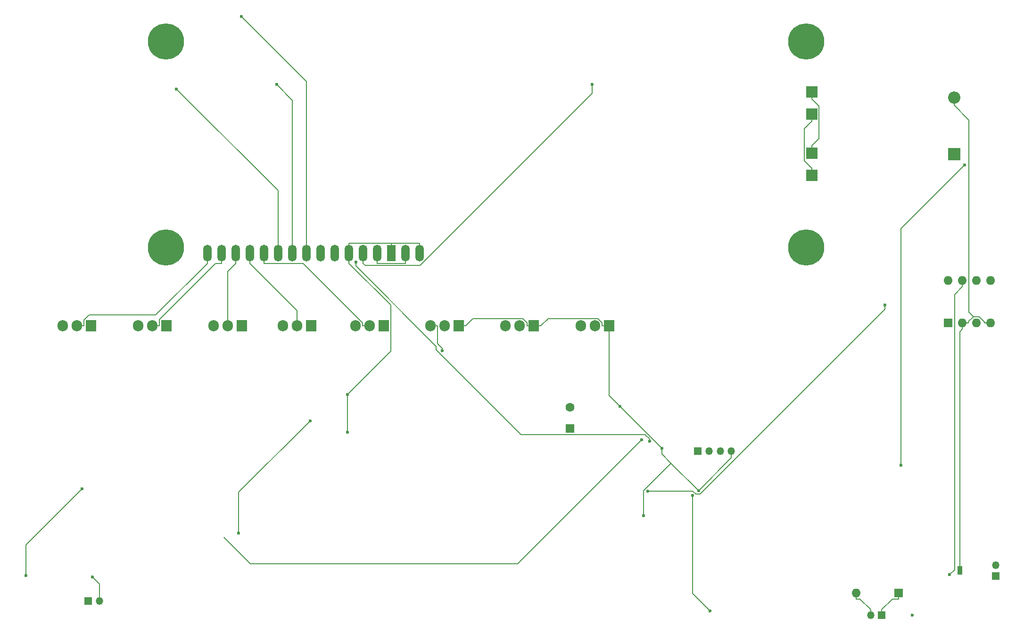
<source format=gbr>
%TF.GenerationSoftware,KiCad,Pcbnew,8.0.6-8.0.6-0~ubuntu22.04.1*%
%TF.CreationDate,2024-10-30T23:16:00-03:00*%
%TF.ProjectId,Projeto SEMB,50726f6a-6574-46f2-9053-454d422e6b69,rev?*%
%TF.SameCoordinates,Original*%
%TF.FileFunction,Copper,L2,Bot*%
%TF.FilePolarity,Positive*%
%FSLAX46Y46*%
G04 Gerber Fmt 4.6, Leading zero omitted, Abs format (unit mm)*
G04 Created by KiCad (PCBNEW 8.0.6-8.0.6-0~ubuntu22.04.1) date 2024-10-30 23:16:00*
%MOMM*%
%LPD*%
G01*
G04 APERTURE LIST*
%TA.AperFunction,ComponentPad*%
%ADD10R,1.350000X1.350000*%
%TD*%
%TA.AperFunction,ComponentPad*%
%ADD11O,1.350000X1.350000*%
%TD*%
%TA.AperFunction,ComponentPad*%
%ADD12R,1.905000X2.000000*%
%TD*%
%TA.AperFunction,ComponentPad*%
%ADD13O,1.905000X2.000000*%
%TD*%
%TA.AperFunction,ComponentPad*%
%ADD14C,0.600000*%
%TD*%
%TA.AperFunction,SMDPad,CuDef*%
%ADD15R,0.900000X1.600000*%
%TD*%
%TA.AperFunction,ComponentPad*%
%ADD16R,1.600000X1.600000*%
%TD*%
%TA.AperFunction,ComponentPad*%
%ADD17O,1.600000X1.600000*%
%TD*%
%TA.AperFunction,ComponentPad*%
%ADD18R,2.200000X2.200000*%
%TD*%
%TA.AperFunction,ComponentPad*%
%ADD19O,2.200000X2.200000*%
%TD*%
%TA.AperFunction,ComponentPad*%
%ADD20C,1.600000*%
%TD*%
%TA.AperFunction,ComponentPad*%
%ADD21C,6.500000*%
%TD*%
%TA.AperFunction,ComponentPad*%
%ADD22R,1.500000X3.000000*%
%TD*%
%TA.AperFunction,ComponentPad*%
%ADD23O,1.500000X3.000000*%
%TD*%
%TA.AperFunction,ComponentPad*%
%ADD24R,2.000000X2.000000*%
%TD*%
%TA.AperFunction,ViaPad*%
%ADD25C,0.600000*%
%TD*%
%TA.AperFunction,Conductor*%
%ADD26C,0.200000*%
%TD*%
G04 APERTURE END LIST*
D10*
%TO.P,L2,1,1*%
%TO.N,3.3V*%
X188120000Y-144712500D03*
D11*
%TO.P,L2,2,2*%
%TO.N,Net-(D2-A)*%
X186120000Y-144712500D03*
%TD*%
D12*
%TO.P,Q9,1,G*%
%TO.N,+3.3V*%
X125660000Y-92767500D03*
D13*
%TO.P,Q9,2,D*%
%TO.N,DB1*%
X123120000Y-92767500D03*
%TO.P,Q9,3,S*%
%TO.N,P1*%
X120580000Y-92767500D03*
%TD*%
D12*
%TO.P,Q7,1,G*%
%TO.N,+3.3V*%
X59700000Y-92767500D03*
D13*
%TO.P,Q7,2,D*%
%TO.N,DB6*%
X57160000Y-92767500D03*
%TO.P,Q7,3,S*%
%TO.N,P6*%
X54620000Y-92767500D03*
%TD*%
D12*
%TO.P,Q3,1,G*%
%TO.N,+3.3V*%
X112160000Y-92767500D03*
D13*
%TO.P,Q3,2,D*%
%TO.N,DB2*%
X109620000Y-92767500D03*
%TO.P,Q3,3,S*%
%TO.N,P2*%
X107080000Y-92767500D03*
%TD*%
D12*
%TO.P,Q5,1,G*%
%TO.N,+3.3V*%
X85700000Y-92767500D03*
D13*
%TO.P,Q5,2,D*%
%TO.N,DB4*%
X83160000Y-92767500D03*
%TO.P,Q5,3,S*%
%TO.N,P4*%
X80620000Y-92767500D03*
%TD*%
D10*
%TO.P,M1,1,+*%
%TO.N,Net-(M1-+)*%
X208620000Y-137712500D03*
D11*
%TO.P,M1,2,-*%
%TO.N,Net-(M1--)*%
X208620000Y-135712500D03*
%TD*%
D14*
%TO.P,U4,9,GND*%
%TO.N,GND*%
X202120000Y-137212500D03*
D15*
X202120000Y-136712500D03*
D14*
X202120000Y-136212500D03*
%TD*%
D10*
%TO.P,J1,1,Pin_1*%
%TO.N,GND*%
X45620000Y-142212500D03*
D11*
%TO.P,J1,2,Pin_2*%
%TO.N,+12V*%
X47620000Y-142212500D03*
%TD*%
D12*
%TO.P,Q2,1,G*%
%TO.N,+3.3V*%
X139160000Y-92767500D03*
D13*
%TO.P,Q2,2,D*%
%TO.N,DB0*%
X136620000Y-92767500D03*
%TO.P,Q2,3,S*%
%TO.N,P0*%
X134080000Y-92767500D03*
%TD*%
D16*
%TO.P,D2,1,K*%
%TO.N,3.3V*%
X191120000Y-140712500D03*
D17*
%TO.P,D2,2,A*%
%TO.N,Net-(D2-A)*%
X183500000Y-140712500D03*
%TD*%
D12*
%TO.P,Q8,1,G*%
%TO.N,+3.3V*%
X46160000Y-92767500D03*
D13*
%TO.P,Q8,2,D*%
%TO.N,DB7*%
X43620000Y-92767500D03*
%TO.P,Q8,3,S*%
%TO.N,P7*%
X41080000Y-92767500D03*
%TD*%
D18*
%TO.P,D3,1,K*%
%TO.N,Net-(BZ1-+)*%
X201120000Y-61892500D03*
D19*
%TO.P,D3,2,A*%
%TO.N,GND*%
X201120000Y-51732500D03*
%TD*%
D16*
%TO.P,C15,1*%
%TO.N,Net-(D4-K)*%
X132120000Y-111212500D03*
D20*
%TO.P,C15,2*%
%TO.N,GND*%
X132120000Y-107412500D03*
%TD*%
D21*
%TO.P,U11,*%
%TO.N,*%
X174540000Y-78712500D03*
X174540000Y-41712500D03*
X59540000Y-78712500D03*
X59540000Y-41712500D03*
D22*
%TO.P,U11,1,VSS*%
%TO.N,GND*%
X100040000Y-79712500D03*
D23*
%TO.P,U11,2,VDD*%
%TO.N,+5V*%
X97500000Y-79712500D03*
%TO.P,U11,3,VO*%
%TO.N,Net-(U11-VO)*%
X94960000Y-79712500D03*
%TO.P,U11,4,RS*%
%TO.N,GND*%
X92420000Y-79712500D03*
%TO.P,U11,5,R/~{W}*%
X89880000Y-79712500D03*
%TO.P,U11,6,E*%
%TO.N,PB5*%
X87340000Y-79712500D03*
%TO.P,U11,7,DB0*%
%TO.N,DB0*%
X84800000Y-79712500D03*
%TO.P,U11,8,DB1*%
%TO.N,DB1*%
X82260000Y-79712500D03*
%TO.P,U11,9,DB2*%
%TO.N,DB2*%
X79720000Y-79712500D03*
%TO.P,U11,10,DB3*%
%TO.N,DB3*%
X77180000Y-79712500D03*
%TO.P,U11,11,DB4*%
%TO.N,DB4*%
X74640000Y-79712500D03*
%TO.P,U11,12,DB5*%
%TO.N,DB5*%
X72100000Y-79712500D03*
%TO.P,U11,13,DB6*%
%TO.N,DB6*%
X69560000Y-79712500D03*
%TO.P,U11,14,DB7*%
%TO.N,DB7*%
X67020000Y-79712500D03*
%TO.P,U11,15,A/VEE*%
%TO.N,+5V*%
X102580000Y-79712500D03*
%TO.P,U11,16,K*%
%TO.N,GND*%
X105120000Y-79712500D03*
D24*
%TO.P,U11,A1,A1*%
%TO.N,+5V*%
X175540000Y-65712500D03*
%TO.P,U11,A2,A2*%
X175540000Y-54712500D03*
%TO.P,U11,K1,K1*%
%TO.N,GND*%
X175540000Y-61712500D03*
%TO.P,U11,K2,K2*%
X175540000Y-50712500D03*
%TD*%
D16*
%TO.P,U3,1,NC*%
%TO.N,unconnected-(U3-NC-Pad1)*%
X200080000Y-92212500D03*
D17*
%TO.P,U3,2,-*%
%TO.N,GND*%
X202620000Y-92212500D03*
%TO.P,U3,3,+*%
%TO.N,Net-(U3-+)*%
X205160000Y-92212500D03*
%TO.P,U3,4,V-*%
%TO.N,GND*%
X207700000Y-92212500D03*
%TO.P,U3,5,NC*%
%TO.N,unconnected-(U3-NC-Pad5)*%
X207700000Y-84592500D03*
%TO.P,U3,6*%
%TO.N,Net-(U2-ICC)*%
X205160000Y-84592500D03*
%TO.P,U3,7,V+*%
%TO.N,+3.3V*%
X202620000Y-84592500D03*
%TO.P,U3,8,NC*%
%TO.N,unconnected-(U3-NC-Pad8)*%
X200080000Y-84592500D03*
%TD*%
D10*
%TO.P,J2,1,Pin_1*%
%TO.N,GND*%
X155120000Y-115212500D03*
D11*
%TO.P,J2,2,Pin_2*%
%TO.N,PA14*%
X157120000Y-115212500D03*
%TO.P,J2,3,Pin_3*%
%TO.N,PA13*%
X159120000Y-115212500D03*
%TO.P,J2,4,Pin_4*%
%TO.N,+3.3V*%
X161120000Y-115212500D03*
%TD*%
D12*
%TO.P,Q4,1,G*%
%TO.N,+3.3V*%
X98660000Y-92767500D03*
D13*
%TO.P,Q4,2,D*%
%TO.N,DB3*%
X96120000Y-92767500D03*
%TO.P,Q4,3,S*%
%TO.N,P3*%
X93580000Y-92767500D03*
%TD*%
D12*
%TO.P,Q6,1,G*%
%TO.N,+3.3V*%
X73200000Y-92767500D03*
D13*
%TO.P,Q6,2,D*%
%TO.N,DB5*%
X70660000Y-92767500D03*
%TO.P,Q6,3,S*%
%TO.N,P5*%
X68120000Y-92767500D03*
%TD*%
D25*
%TO.N,GND*%
X92190600Y-105068000D03*
X92204000Y-111894000D03*
%TO.N,+12V*%
X46402300Y-137886000D03*
X193620000Y-144712000D03*
%TO.N,+3.3V*%
X141111000Y-107222000D03*
X148650000Y-114761000D03*
X200315000Y-137462000D03*
X155231000Y-122362000D03*
X145335000Y-126872000D03*
%TO.N,+5V*%
X72616900Y-129978000D03*
X85480300Y-109792000D03*
%TO.N,PA10*%
X203009000Y-63821400D03*
X191568000Y-117810000D03*
%TO.N,Net-(SW3-B)*%
X44534300Y-122038000D03*
X34458300Y-137572000D03*
%TO.N,PB6*%
X145000000Y-113250000D03*
%TO.N,Net-(U11-VO)*%
X136111000Y-49410800D03*
%TO.N,PB5*%
X146430591Y-113448000D03*
X93690000Y-81286500D03*
%TO.N,PB14*%
X157313000Y-143990000D03*
X154120000Y-123217000D03*
%TO.N,DB0*%
X73108100Y-37200900D03*
%TO.N,DB2*%
X61469600Y-50184700D03*
%TO.N,P2*%
X109164000Y-97225500D03*
%TO.N,PA3*%
X146128000Y-122440000D03*
X188675000Y-88981000D03*
%TO.N,DB1*%
X79440800Y-49396500D03*
%TD*%
D26*
%TO.N,GND*%
X204620000Y-91085800D02*
X203722000Y-91984200D01*
X207700000Y-92212500D02*
X206598000Y-92212500D01*
X202120000Y-136712500D02*
X202120000Y-137212000D01*
X203768000Y-90233500D02*
X203768000Y-55782000D01*
X92190600Y-105068000D02*
X92190600Y-111880000D01*
X202120000Y-93814200D02*
X202620000Y-93314200D01*
X175540000Y-60410800D02*
X175540000Y-61712500D01*
X176842000Y-59109100D02*
X175540000Y-60410800D01*
X92190600Y-111880000D02*
X92204000Y-111894000D01*
X100040000Y-77910800D02*
X92420000Y-77910800D01*
X202120000Y-136212500D02*
X202120000Y-136712500D01*
X176842000Y-53315900D02*
X176842000Y-59109100D01*
X203768000Y-55782000D02*
X201120000Y-53134200D01*
X175540000Y-52014200D02*
X176842000Y-53315900D01*
X202120000Y-136212500D02*
X202120000Y-93814200D01*
X203722000Y-91984200D02*
X203722000Y-92212500D01*
X175540000Y-50712500D02*
X175540000Y-52014200D01*
X92420000Y-79712500D02*
X92420000Y-81514200D01*
X92420000Y-81514200D02*
X99928400Y-89022600D01*
X201120000Y-53134200D02*
X201120000Y-51732500D01*
X205609000Y-91085800D02*
X204620000Y-91085800D01*
X99928400Y-97329900D02*
X92190600Y-105068000D01*
X105120000Y-79712500D02*
X105120000Y-77910800D01*
X202620000Y-93314200D02*
X202620000Y-92212500D01*
X92420000Y-77910800D02*
X92420000Y-79712500D01*
X105120000Y-77910800D02*
X100040000Y-77910800D01*
X206598000Y-92212500D02*
X206598000Y-92074800D01*
X202120000Y-137212000D02*
X202120000Y-137212500D01*
X99928400Y-89022600D02*
X99928400Y-97329900D01*
X100040000Y-79712500D02*
X100040000Y-77910800D01*
X204620000Y-91085800D02*
X203768000Y-90233500D01*
X206598000Y-92074800D02*
X205609000Y-91085800D01*
X203722000Y-92212500D02*
X202620000Y-92212500D01*
%TO.N,+12V*%
X47620000Y-139104000D02*
X46402300Y-137886000D01*
X47620000Y-142212000D02*
X47620000Y-139104000D01*
X47620000Y-142212000D02*
X47620000Y-142212500D01*
%TO.N,3.3V*%
X191120000Y-141814000D02*
X191120000Y-140712500D01*
X190042000Y-141814000D02*
X191120000Y-141814000D01*
X188120000Y-144712000D02*
X188120000Y-143736000D01*
X188120000Y-144712000D02*
X188120000Y-144712500D01*
X188120000Y-143736000D02*
X190042000Y-141814000D01*
X191120000Y-140712500D02*
X191120000Y-140712000D01*
%TO.N,+3.3V*%
X139160000Y-105271000D02*
X141111000Y-107222000D01*
X145335000Y-122376000D02*
X145335000Y-126872000D01*
X161120000Y-116473000D02*
X155231000Y-122362000D01*
X128232000Y-91450100D02*
X137137000Y-91450100D01*
X148650000Y-114761000D02*
X148650000Y-115781000D01*
X202620000Y-85694200D02*
X202620000Y-84592500D01*
X201208000Y-87105700D02*
X202620000Y-85694200D01*
X114732000Y-91450200D02*
X113414000Y-92767500D01*
X124406000Y-92218800D02*
X123637000Y-91450200D01*
X161120000Y-115212500D02*
X161120000Y-116473000D01*
X150290000Y-117421000D02*
X155231000Y-122362000D01*
X125660000Y-92767500D02*
X124406000Y-92767500D01*
X148650000Y-115781000D02*
X150290000Y-117421000D01*
X200315000Y-137462000D02*
X201208000Y-136569000D01*
X113414000Y-92767500D02*
X112160000Y-92767500D01*
X125660000Y-92767500D02*
X126914000Y-92767500D01*
X139160000Y-92767500D02*
X139160000Y-105271000D01*
X137906000Y-92218800D02*
X137906000Y-92767500D01*
X201208000Y-136569000D02*
X201208000Y-87105700D01*
X141111000Y-107222000D02*
X148650000Y-114761000D01*
X126914000Y-92767500D02*
X128232000Y-91450100D01*
X150290000Y-117421000D02*
X145335000Y-122376000D01*
X137137000Y-91450100D02*
X137906000Y-92218800D01*
X124406000Y-92767500D02*
X124406000Y-92218800D01*
X137906000Y-92767500D02*
X139160000Y-92767500D01*
X123637000Y-91450200D02*
X114732000Y-91450200D01*
X161120000Y-115212000D02*
X161120000Y-115212500D01*
%TO.N,+5V*%
X97500000Y-81514200D02*
X97500000Y-79712500D01*
X72616900Y-122656000D02*
X85480300Y-109792000D01*
X174238000Y-57315900D02*
X175540000Y-56014200D01*
X102580000Y-81514200D02*
X97500000Y-81514200D01*
X72616900Y-129978000D02*
X72616900Y-122656000D01*
X175540000Y-65712500D02*
X175540000Y-64410800D01*
X175540000Y-64410800D02*
X174238000Y-63109100D01*
X102580000Y-79712500D02*
X102580000Y-81514200D01*
X175540000Y-56014200D02*
X175540000Y-54712500D01*
X174238000Y-63109100D02*
X174238000Y-57315900D01*
%TO.N,PA10*%
X203009000Y-63821400D02*
X191568000Y-75262400D01*
X191568000Y-75262400D02*
X191568000Y-117810000D01*
%TO.N,Net-(SW3-B)*%
X34458300Y-137572000D02*
X34458300Y-132114000D01*
X34458300Y-132114000D02*
X44534300Y-122038000D01*
%TO.N,Net-(D2-A)*%
X186120000Y-143736000D02*
X184198000Y-141814000D01*
X184198000Y-141814000D02*
X183500000Y-141814000D01*
X186120000Y-144712000D02*
X186120000Y-143736000D01*
X183500000Y-140712500D02*
X183500000Y-140712000D01*
X183500000Y-141814000D02*
X183500000Y-140712500D01*
%TO.N,PB6*%
X145000000Y-113250000D02*
X122750000Y-135500000D01*
X122750000Y-135500000D02*
X74750000Y-135500000D01*
X74750000Y-135500000D02*
X70000000Y-130750000D01*
%TO.N,Net-(U11-VO)*%
X95365800Y-81920000D02*
X105203000Y-81920000D01*
X94960000Y-79712500D02*
X94960000Y-81514200D01*
X105203000Y-81920000D02*
X136111000Y-51012400D01*
X136111000Y-51012400D02*
X136111000Y-49410800D01*
X94960000Y-81514200D02*
X95365800Y-81920000D01*
%TO.N,PB5*%
X93690000Y-81989500D02*
X93690000Y-81286500D01*
X108132000Y-97045100D02*
X108132000Y-96432000D01*
X123336900Y-112250000D02*
X108132000Y-97045100D01*
X133170000Y-112250000D02*
X133170000Y-112262500D01*
X145644026Y-112250000D02*
X133170000Y-112250000D01*
X131070000Y-112250000D02*
X123336900Y-112250000D01*
X108132000Y-96432000D02*
X93690000Y-81989500D01*
X133170000Y-112262500D02*
X131070000Y-112262500D01*
X146430591Y-113448000D02*
X146430591Y-113036565D01*
X131070000Y-112262500D02*
X131070000Y-112250000D01*
X146430591Y-113036565D02*
X145644026Y-112250000D01*
%TO.N,PB14*%
X154120000Y-140797000D02*
X157313000Y-143990000D01*
X154120000Y-123217000D02*
X154120000Y-140797000D01*
%TO.N,DB0*%
X84800000Y-48892800D02*
X73108100Y-37200900D01*
X84800000Y-79712500D02*
X84800000Y-48892800D01*
%TO.N,DB2*%
X79720000Y-68435100D02*
X79720000Y-79712500D01*
X61469600Y-50184700D02*
X79720000Y-68435100D01*
%TO.N,P2*%
X109164000Y-96808400D02*
X109164000Y-97225500D01*
X108334000Y-95978700D02*
X109164000Y-96808400D01*
X107080000Y-92767500D02*
X108334000Y-92767500D01*
X108334000Y-92767500D02*
X108334000Y-95978700D01*
%TO.N,DB3*%
X94865800Y-92200300D02*
X94865800Y-92767500D01*
X94865800Y-92767500D02*
X96120000Y-92767500D01*
X77180000Y-81514200D02*
X84179700Y-81514200D01*
X77180000Y-79712500D02*
X77180000Y-81514200D01*
X84179700Y-81514200D02*
X94865800Y-92200300D01*
%TO.N,DB4*%
X74640000Y-79712500D02*
X74640000Y-81514200D01*
X83160000Y-90034200D02*
X83160000Y-92767500D01*
X74640000Y-81514200D02*
X83160000Y-90034200D01*
%TO.N,PA3*%
X154193000Y-122440000D02*
X146128000Y-122440000D01*
X188675000Y-88981000D02*
X188675000Y-89775100D01*
X154722000Y-122968000D02*
X154193000Y-122440000D01*
X188675000Y-89775100D02*
X155482000Y-122968000D01*
X155482000Y-122968000D02*
X154722000Y-122968000D01*
%TO.N,DB5*%
X72100000Y-81514200D02*
X70660000Y-82954200D01*
X70660000Y-82954200D02*
X70660000Y-92767500D01*
X72100000Y-79712500D02*
X72100000Y-81514200D01*
%TO.N,DB6*%
X69560000Y-81514200D02*
X68499200Y-81514200D01*
X58414200Y-91599200D02*
X58414200Y-92767500D01*
X58414200Y-92767500D02*
X57160000Y-92767500D01*
X69560000Y-79712500D02*
X69560000Y-81514200D01*
X68499200Y-81514200D02*
X58414200Y-91599200D01*
%TO.N,DB7*%
X67020000Y-79712500D02*
X67020000Y-81514200D01*
X45754100Y-90792300D02*
X44874200Y-91672200D01*
X44874200Y-91672200D02*
X44874200Y-92767500D01*
X67020000Y-81514200D02*
X57741900Y-90792300D01*
X57741900Y-90792300D02*
X45754100Y-90792300D01*
X44874200Y-92767500D02*
X43620000Y-92767500D01*
%TO.N,DB1*%
X82260000Y-79712500D02*
X82260000Y-52215700D01*
X82260000Y-52215700D02*
X79440800Y-49396500D01*
%TD*%
M02*

</source>
